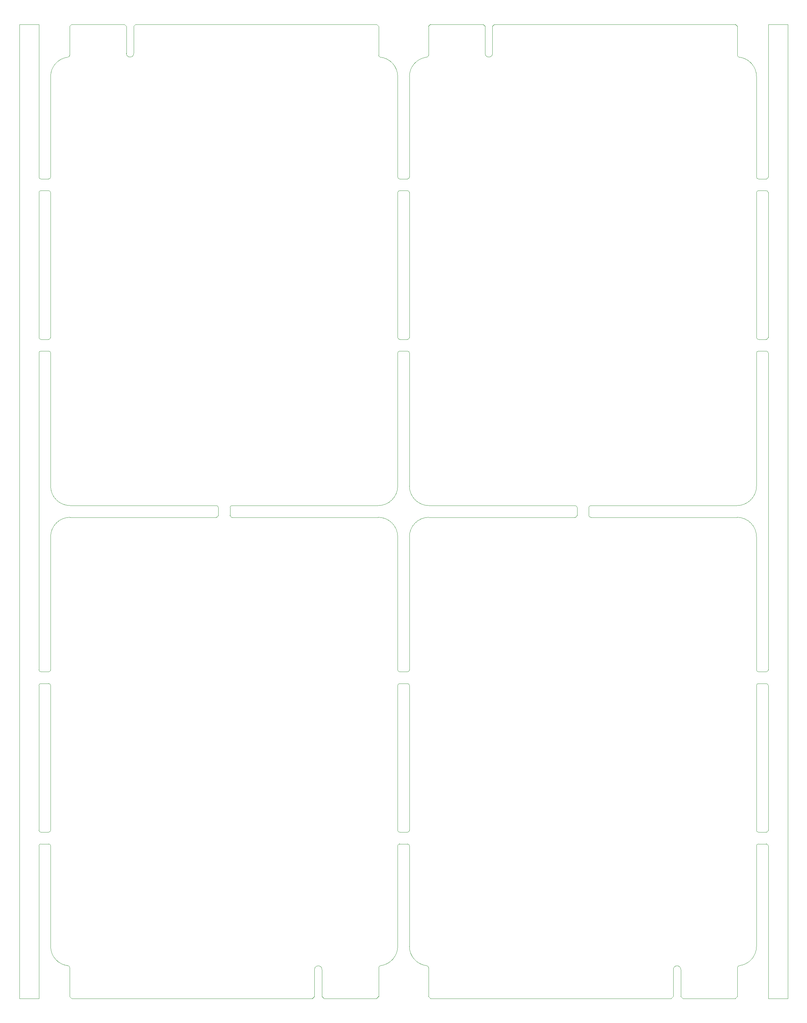
<source format=gbr>
%TF.GenerationSoftware,KiCad,Pcbnew,8.0.8*%
%TF.CreationDate,2025-03-20T15:54:22-03:00*%
%TF.ProjectId,nsec-badge-2025-panel,6e736563-2d62-4616-9467-652d32303235,rev?*%
%TF.SameCoordinates,Original*%
%TF.FileFunction,Profile,NP*%
%FSLAX46Y46*%
G04 Gerber Fmt 4.6, Leading zero omitted, Abs format (unit mm)*
G04 Created by KiCad (PCBNEW 8.0.8) date 2025-03-20 15:54:22*
%MOMM*%
%LPD*%
G01*
G04 APERTURE LIST*
%TA.AperFunction,Profile*%
%ADD10C,0.100000*%
%TD*%
G04 APERTURE END LIST*
D10*
X5000000Y-84245678D02*
G75*
G02*
X5499012Y-83746687I499013J-22D01*
G01*
X51001007Y-125870987D02*
G75*
G02*
X50501994Y-126369994I-498994J-13D01*
G01*
X192008138Y0D02*
X192003125Y-123D01*
X92120874Y-249239552D02*
G75*
G02*
X91620566Y-249739860I-5942461J5442152D01*
G01*
X92120999Y-506111D02*
X92120860Y-500447D01*
X104881012Y-7906014D02*
G75*
G02*
X104360736Y-8410120I-506599J2314D01*
G01*
X0Y-249733888D02*
X123Y-249738901D01*
X1098Y-249739876D02*
X6111Y-249739999D01*
X167681182Y-242313774D02*
G75*
G02*
X169581047Y-242326227I949931J-6426D01*
G01*
X104881027Y-249233888D02*
X104881166Y-249239552D01*
X118914876Y0D02*
X105387149Y0D01*
X121321152Y-500447D02*
G75*
G02*
X121320857Y-7426225I-780343820J-3429651D01*
G01*
X183620565Y-139D02*
X183614901Y0D01*
X91614902Y-249739999D02*
X91620566Y-249739860D01*
X197002027Y-249733863D02*
X197002027Y-6136D01*
X97001000Y-118366833D02*
X97001004Y-84245678D01*
X26914863Y0D02*
X13387136Y0D01*
X4993888Y-249739999D02*
X4998901Y-249739876D01*
X99502000Y-42623333D02*
G75*
G02*
X100000980Y-43122345I13J-498967D01*
G01*
X169581027Y-242326227D02*
X169581027Y-249233863D01*
X6136Y-249740000D02*
X4993863Y-249740000D01*
X121321152Y-500447D02*
G75*
G02*
X121821460Y-139I5942461J-5442153D01*
G01*
X13381461Y-249739860D02*
G75*
G02*
X12881153Y-249239552I5442152J5942460D01*
G01*
X7501997Y-168993333D02*
G75*
G02*
X8000980Y-169492345I16J-498967D01*
G01*
X92473911Y-8382863D02*
G75*
G02*
X92120984Y-7905715I146102J477163D01*
G01*
X4998901Y-123D02*
X4993888Y0D01*
X143001020Y-125870987D02*
G75*
G02*
X142502007Y-126370007I-499007J-13D01*
G01*
X5000000Y-39124321D02*
X5000000Y-6136D01*
X192002027Y-169492345D02*
X192002027Y-206617654D01*
X5000000Y-43122345D02*
G75*
G02*
X5499012Y-42623287I499013J45D01*
G01*
X100001013Y-84245678D02*
X100001013Y-118366833D01*
X13387111Y0D02*
X13381447Y-139D01*
X92473911Y-8382863D02*
G75*
G02*
X97001012Y-13373161I-473598J-4978237D01*
G01*
X192002150Y-1098D02*
X192002027Y-6111D01*
X121320857Y-7426225D02*
G75*
G02*
X119420966Y-7413772I-949944J6425D01*
G01*
X12881014Y-249233888D02*
X12881153Y-249239552D01*
X184121012Y-506111D02*
X184120873Y-500447D01*
X75680874Y-249239552D02*
G75*
G02*
X75681169Y-242313774I780343839J3429652D01*
G01*
X97500026Y-165993333D02*
G75*
G02*
X97000980Y-165494321I-13J499033D01*
G01*
X99502000Y-39623333D02*
X97500021Y-39623333D01*
X5499012Y-39623333D02*
G75*
G02*
X4999980Y-39124321I1J499033D01*
G01*
X97001013Y-236366753D02*
G75*
G02*
X92641287Y-241329846I-5002400J-2147D01*
G01*
X92121014Y-241833985D02*
G75*
G02*
X92641290Y-241329880I506599J-2315D01*
G01*
X8001009Y-165494321D02*
G75*
G02*
X7501997Y-165993296I-498996J21D01*
G01*
X50501994Y-123370000D02*
G75*
G02*
X51001013Y-123869012I19J-499000D01*
G01*
X191503014Y-39623333D02*
X189500034Y-39623333D01*
X189500029Y-83746666D02*
X191503014Y-83746666D01*
X13381461Y-249739860D02*
X13387125Y-249739999D01*
X6111Y0D02*
X1098Y-123D01*
X92121014Y-249233863D02*
X92121014Y-241833985D01*
X100001013Y-39124321D02*
G75*
G02*
X99502000Y-39623300I-499000J21D01*
G01*
X97001013Y-165494321D02*
X97001013Y-131373166D01*
X54500019Y-123370000D02*
X91997833Y-123370000D01*
X8001005Y-206617654D02*
G75*
G02*
X7501992Y-207116692I-498992J-46D01*
G01*
X192002027Y-84245678D02*
X192002027Y-165494321D01*
X100001013Y-13373246D02*
G75*
G02*
X104360739Y-8410154I5002400J2146D01*
G01*
X118920565Y-139D02*
G75*
G02*
X119420873Y-500447I-5442152J-5942461D01*
G01*
X78087150Y-249740000D02*
X91614877Y-249740000D01*
X170081474Y-249739860D02*
X170087138Y-249739999D01*
X189001013Y-118366833D02*
G75*
G02*
X183997846Y-123370000I-5000000J-3167D01*
G01*
X192002027Y-6136D02*
X192002027Y-39124321D01*
X189500039Y-165993333D02*
G75*
G02*
X189000980Y-165494321I-26J499033D01*
G01*
X189001022Y-39124321D02*
X189001025Y-13373161D01*
X100001026Y-131373166D02*
X100001022Y-165494321D01*
X99502010Y-168993333D02*
G75*
G02*
X100000980Y-169492345I3J-498967D01*
G01*
X189500034Y-39623333D02*
G75*
G02*
X189000980Y-39124321I-21J499033D01*
G01*
X54500019Y-126370000D02*
G75*
G02*
X54001013Y-125870987I-6J499000D01*
G01*
X105387124Y0D02*
X105381460Y-139D01*
X100001013Y-80247654D02*
G75*
G02*
X99502000Y-80746700I-499000J-46D01*
G01*
X12528102Y-241357136D02*
G75*
G02*
X12881040Y-241834284I-146089J-477164D01*
G01*
X189500039Y-207116666D02*
G75*
G02*
X189001047Y-206617654I-26J498966D01*
G01*
X197002026Y-6111D02*
X197001903Y-1098D01*
X123Y-1098D02*
X0Y-6111D01*
X75174902Y-249739999D02*
X75180566Y-249739860D01*
X97500016Y-80746666D02*
G75*
G02*
X97001047Y-80247654I-3J498966D01*
G01*
X192008163Y-249740000D02*
X196995890Y-249740000D01*
X184473924Y-8382863D02*
G75*
G02*
X189001014Y-13373161I-473611J-4978237D01*
G01*
X143001020Y-123869012D02*
X143001020Y-125870987D01*
X142502007Y-126370000D02*
X105004193Y-126370000D01*
X184120887Y-249239552D02*
X184121026Y-249233888D01*
X78081461Y-249739860D02*
X78087125Y-249739999D01*
X189001013Y-118366833D02*
X189001017Y-84245678D01*
X104881012Y-506136D02*
X104881012Y-7906014D01*
X54001007Y-123869012D02*
G75*
G02*
X54500019Y-123369994I499006J12D01*
G01*
X104528115Y-241357136D02*
G75*
G02*
X104881043Y-241834284I-146102J-477164D01*
G01*
X77581014Y-249233888D02*
X77581153Y-249239552D01*
X7501992Y-210116666D02*
G75*
G02*
X8001047Y-210615678I21J-499034D01*
G01*
X189001017Y-84245678D02*
G75*
G02*
X189500029Y-83746704I498996J-22D01*
G01*
X189001026Y-165494321D02*
X189001026Y-131373166D01*
X105381474Y-249739860D02*
G75*
G02*
X104881165Y-249239553I5442139J5942460D01*
G01*
X5499012Y-80746666D02*
G75*
G02*
X5000047Y-80247654I1J498966D01*
G01*
X189001026Y-236366753D02*
X189001026Y-210615678D01*
X29321139Y-500447D02*
G75*
G02*
X29821446Y-138I5942474J-5442153D01*
G01*
X170087163Y-249740000D02*
X183614890Y-249740000D01*
X183614915Y-249739999D02*
X183620579Y-249739860D01*
X192002027Y-80247654D02*
G75*
G02*
X191503014Y-80746714I-499014J-46D01*
G01*
X169581027Y-249233888D02*
X169581166Y-249239552D01*
X142502007Y-123370000D02*
G75*
G02*
X143001013Y-123869012I6J-499000D01*
G01*
X189500034Y-42623333D02*
X191503014Y-42623333D01*
X12880999Y-506136D02*
X12880999Y-7906014D01*
X191503014Y-80746666D02*
X189500029Y-80746666D01*
X51001007Y-123869012D02*
X51001007Y-125870987D01*
X105004179Y-123370000D02*
X142502007Y-123370000D01*
X192002027Y-249733888D02*
X192002150Y-249738901D01*
X75681169Y-242313774D02*
G75*
G02*
X77581060Y-242326227I949944J-6426D01*
G01*
X7501997Y-165993333D02*
X5499012Y-165993333D01*
X4999876Y-249738901D02*
X4999999Y-249733888D01*
X184121012Y-7905715D02*
X184121012Y-506136D01*
X191503014Y-207116666D02*
X189500039Y-207116666D01*
X97001000Y-118366833D02*
G75*
G02*
X91997833Y-123369987I-4999987J-3167D01*
G01*
X12881139Y-500447D02*
G75*
G02*
X13381446Y-138I5942474J-5442153D01*
G01*
X0Y-6136D02*
X0Y-249733863D01*
X196995915Y-249739999D02*
X197000928Y-249739876D01*
X8001000Y-13373246D02*
G75*
G02*
X12360725Y-8410143I5002413J2146D01*
G01*
X197000928Y-123D02*
X196995915Y0D01*
X104528115Y-241357136D02*
G75*
G02*
X100001015Y-236366838I473598J4978236D01*
G01*
X92120874Y-249239552D02*
X92121013Y-249233888D01*
X184121027Y-249233863D02*
X184121027Y-241833985D01*
X189001026Y-210615678D02*
G75*
G02*
X189500039Y-210116713I498987J-22D01*
G01*
X5000000Y-169492345D02*
G75*
G02*
X5499012Y-168993287I499013J45D01*
G01*
X191503014Y-210116666D02*
G75*
G02*
X192002047Y-210615678I-1J-499034D01*
G01*
X189500039Y-168993333D02*
X191503014Y-168993333D01*
X191503014Y-83746666D02*
G75*
G02*
X192002047Y-84245678I-1J-499034D01*
G01*
X29320844Y-7426225D02*
G75*
G02*
X27420979Y-7413772I-949931J6425D01*
G01*
X183997860Y-126370000D02*
X146500032Y-126370000D01*
X167174915Y-249739999D02*
X167180579Y-249739860D01*
X191503014Y-165993333D02*
X189500039Y-165993333D01*
X5499012Y-168993333D02*
X7501997Y-168993333D01*
X191503014Y-168993333D02*
G75*
G02*
X192001980Y-169492345I-1J-498967D01*
G01*
X97001013Y-206617654D02*
X97001013Y-169492345D01*
X167680887Y-249239552D02*
G75*
G02*
X167180580Y-249739861I-5942474J5442152D01*
G01*
X5000000Y-206617654D02*
X5000000Y-169492345D01*
X100001013Y-43122345D02*
X100001013Y-80247654D01*
X8001013Y-131373166D02*
G75*
G02*
X13004180Y-126370000I5000000J3166D01*
G01*
X146001020Y-123869012D02*
G75*
G02*
X146500032Y-123370007I498993J12D01*
G01*
X91620552Y-139D02*
G75*
G02*
X92120861Y-500446I-5442139J-5942461D01*
G01*
X99502000Y-80746666D02*
X97500016Y-80746666D01*
X100001022Y-165494321D02*
G75*
G02*
X99502010Y-165993309I-499009J21D01*
G01*
X184121027Y-241833985D02*
G75*
G02*
X184641302Y-241329894I506586J-2315D01*
G01*
X4993863Y0D02*
X6136Y0D01*
X5000000Y-249733863D02*
X5000000Y-210615678D01*
X189001026Y-169492345D02*
G75*
G02*
X189500039Y-168993313I498987J45D01*
G01*
X91620552Y-139D02*
X91614888Y0D01*
X8001000Y-80247654D02*
G75*
G02*
X7501987Y-80746687I-498987J-46D01*
G01*
X184473924Y-8382863D02*
G75*
G02*
X184120987Y-7905715I146089J477163D01*
G01*
X146500032Y-123370000D02*
X183997846Y-123370000D01*
X13004166Y-123370000D02*
G75*
G02*
X8001013Y-118366833I-3153J5000000D01*
G01*
X97001013Y-236366753D02*
X97001013Y-210615678D01*
X189500029Y-80746666D02*
G75*
G02*
X189001047Y-80247654I-16J498966D01*
G01*
X8001000Y-43122345D02*
X8001000Y-80247654D01*
X184120887Y-249239552D02*
G75*
G02*
X183620580Y-249739861I-5942474J5442152D01*
G01*
X192002027Y-206617654D02*
G75*
G02*
X191503014Y-207116714I-499014J-46D01*
G01*
X5499012Y-207116666D02*
G75*
G02*
X5000047Y-206617654I1J498966D01*
G01*
X5499012Y-42623333D02*
X7501987Y-42623333D01*
X13387150Y-249740000D02*
X75174877Y-249740000D01*
X8001000Y-13373246D02*
X8001000Y-39124321D01*
X97001013Y-169492345D02*
G75*
G02*
X97500026Y-168993300I499000J45D01*
G01*
X97500021Y-39623333D02*
G75*
G02*
X97000980Y-39124321I-8J499033D01*
G01*
X12881014Y-241834284D02*
X12881014Y-249233863D01*
X196995890Y0D02*
X192008163Y0D01*
X100001022Y-169492345D02*
X100001018Y-206617654D01*
X192002027Y-165494321D02*
G75*
G02*
X191503014Y-165993314I-499014J21D01*
G01*
X183997860Y-126370000D02*
G75*
G02*
X189001013Y-131373166I3153J-5000000D01*
G01*
X104881027Y-241834284D02*
X104881027Y-249233863D01*
X91614863Y0D02*
X29827136Y0D01*
X192003125Y-249739876D02*
X192008138Y-249739999D01*
X189001026Y-236366753D02*
G75*
G02*
X184641301Y-241329857I-5002413J-2147D01*
G01*
X100001017Y-210615678D02*
X100001014Y-236366838D01*
X8001013Y-131373166D02*
X8001009Y-165494321D01*
X170081474Y-249739860D02*
G75*
G02*
X169581165Y-249239553I5442139J5942460D01*
G01*
X192002027Y-210615678D02*
X192002027Y-249733863D01*
X8001004Y-210615678D02*
X8001001Y-236366838D01*
X99502005Y-210116666D02*
G75*
G02*
X100001047Y-210615678I8J-499034D01*
G01*
X189001017Y-80247654D02*
X189001021Y-43122345D01*
X97500016Y-83746666D02*
X99502000Y-83746666D01*
X99502005Y-207116666D02*
X97500026Y-207116666D01*
X7501987Y-80746666D02*
X5499012Y-80746666D01*
X105381474Y-249739860D02*
X105387138Y-249739999D01*
X121827124Y0D02*
X121821460Y-139D01*
X12880999Y-7906014D02*
G75*
G02*
X12360724Y-8410106I-506586J2314D01*
G01*
X91997847Y-126370000D02*
G75*
G02*
X97001013Y-131373166I3166J-5000000D01*
G01*
X7501987Y-42623333D02*
G75*
G02*
X8000980Y-43122345I26J-498967D01*
G01*
X12528102Y-241357136D02*
G75*
G02*
X8001013Y-236366838I473611J4978236D01*
G01*
X5499012Y-165993333D02*
G75*
G02*
X4999980Y-165494321I1J499033D01*
G01*
X5499012Y-83746666D02*
X7501987Y-83746666D01*
X191503014Y-42623333D02*
G75*
G02*
X192001980Y-43122345I-1J-498967D01*
G01*
X75680874Y-249239552D02*
G75*
G02*
X75180566Y-249739860I-5942461J5442152D01*
G01*
X105004179Y-123370000D02*
G75*
G02*
X100001013Y-118366833I-3166J5000000D01*
G01*
X27421000Y-7413772D02*
X27421000Y-506136D01*
X97500026Y-210116666D02*
X99502005Y-210116666D01*
X167680887Y-249239552D02*
G75*
G02*
X167681182Y-242313774I780343826J3429652D01*
G01*
X5499012Y-210116666D02*
X7501992Y-210116666D01*
X104881152Y-500447D02*
X104881013Y-506111D01*
X97001008Y-43122345D02*
G75*
G02*
X97500021Y-42623295I499005J45D01*
G01*
X189001021Y-43122345D02*
G75*
G02*
X189500034Y-42623308I498992J45D01*
G01*
X118920565Y-139D02*
X118914901Y0D01*
X192002027Y-43122345D02*
X192002027Y-80247654D01*
X105387163Y-249740000D02*
X167174890Y-249740000D01*
X119421013Y-7413772D02*
X119421013Y-506136D01*
X8001000Y-39124321D02*
G75*
G02*
X7501987Y-39623287I-498987J21D01*
G01*
X192002027Y-39124321D02*
G75*
G02*
X191503014Y-39623314I-499014J21D01*
G01*
X13004166Y-123370000D02*
X50501994Y-123370000D01*
X7501987Y-39623333D02*
X5499012Y-39623333D01*
X97001013Y-210615678D02*
G75*
G02*
X97500026Y-210116700I499000J-22D01*
G01*
X97001004Y-84245678D02*
G75*
G02*
X97500016Y-83746691I499009J-22D01*
G01*
X5000000Y-80247654D02*
X5000000Y-43122345D01*
X104881152Y-500447D02*
G75*
G02*
X105381460Y-139I5942461J-5442153D01*
G01*
X189001026Y-206617654D02*
X189001026Y-169492345D01*
X5000000Y-165494321D02*
X5000000Y-84245678D01*
X50501994Y-126370000D02*
X13004180Y-126370000D01*
X7501992Y-207116666D02*
X5499012Y-207116666D01*
X91997847Y-126370000D02*
X54500019Y-126370000D01*
X27420999Y-506111D02*
X27420860Y-500447D01*
X100001026Y-131373166D02*
G75*
G02*
X105004193Y-126370013I4999987J3166D01*
G01*
X29321139Y-500447D02*
G75*
G02*
X29320844Y-7426225I-780343820J-3429651D01*
G01*
X100001013Y-13373246D02*
X100001013Y-39124321D01*
X100001018Y-206617654D02*
G75*
G02*
X99502005Y-207116705I-499005J-46D01*
G01*
X97500026Y-207116666D02*
G75*
G02*
X97001047Y-206617654I-13J498966D01*
G01*
X26920552Y-139D02*
X26914888Y0D01*
X97500026Y-168993333D02*
X99502010Y-168993333D01*
X197001903Y-249738901D02*
X197002026Y-249733888D01*
X99502000Y-83746666D02*
G75*
G02*
X100001047Y-84245678I13J-499034D01*
G01*
X189500039Y-210116666D02*
X191503014Y-210116666D01*
X183614876Y0D02*
X121827149Y0D01*
X29827111Y0D02*
X29821447Y-139D01*
X119421012Y-506111D02*
X119420873Y-500447D01*
X146500032Y-126370000D02*
G75*
G02*
X146001013Y-125870987I-19J499000D01*
G01*
X183620565Y-139D02*
G75*
G02*
X184120873Y-500447I-5442152J-5942461D01*
G01*
X7501987Y-83746666D02*
G75*
G02*
X8001047Y-84245678I26J-499034D01*
G01*
X146001020Y-125870987D02*
X146001020Y-123869012D01*
X78081461Y-249739860D02*
G75*
G02*
X77581153Y-249239552I5442152J5942460D01*
G01*
X8001000Y-84245678D02*
X8001000Y-118366833D01*
X26920552Y-139D02*
G75*
G02*
X27420861Y-500446I-5442139J-5942461D01*
G01*
X92120999Y-7905715D02*
X92120999Y-506136D01*
X5000000Y-210615678D02*
G75*
G02*
X5499012Y-210116687I499013J-22D01*
G01*
X97500021Y-42623333D02*
X99502000Y-42623333D01*
X77581014Y-242326227D02*
X77581014Y-249233863D01*
X12881139Y-500447D02*
X12881000Y-506111D01*
X4999999Y-6111D02*
X4999876Y-1098D01*
X97001009Y-39124321D02*
X97001012Y-13373161D01*
X97001004Y-80247654D02*
X97001008Y-43122345D01*
X99502010Y-165993333D02*
X97500026Y-165993333D01*
X8001009Y-169492345D02*
X8001005Y-206617654D01*
X54001007Y-125870987D02*
X54001007Y-123869012D01*
M02*

</source>
